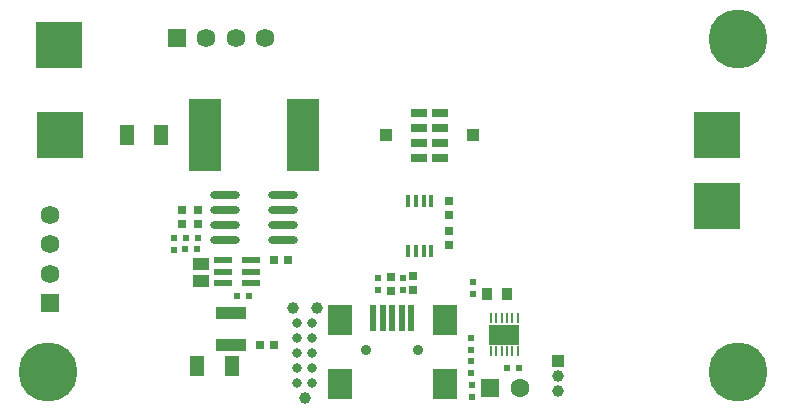
<source format=gbr>
%TF.GenerationSoftware,Altium Limited,Altium NEXUS,2.1.5 (53)*%
G04 Layer_Color=255*
%FSLAX44Y44*%
%MOMM*%
%TF.FileFunction,Pads,Bot*%
%TF.Part,Single*%
G01*
G75*
%TA.AperFunction,SMDPad,CuDef*%
%ADD18R,0.8000X0.7000*%
%ADD19R,0.6000X0.5000*%
%ADD20R,0.9000X1.0000*%
%ADD21R,0.5000X0.6000*%
%ADD24R,0.7000X0.8000*%
%ADD25R,1.4000X1.1000*%
%TA.AperFunction,WasherPad*%
%ADD30C,5.0000*%
%TA.AperFunction,ComponentPad*%
%ADD31C,0.9000*%
%ADD32C,1.0000*%
%ADD33R,1.0000X1.0000*%
%ADD34C,1.5900*%
%ADD35R,1.5900X1.5900*%
%ADD36R,1.5900X1.5900*%
%ADD37R,4.0000X4.0000*%
%ADD38R,4.0000X4.0000*%
%ADD39R,1.6000X1.6000*%
%ADD40C,1.6000*%
%TA.AperFunction,SMDPad,CuDef*%
%ADD42R,0.3556X1.0604*%
%ADD43O,2.5000X0.7000*%
%ADD44R,0.6000X0.6000*%
%ADD45R,1.3720X0.7100*%
%ADD46R,1.0000X1.0000*%
%ADD47R,2.7000X6.2000*%
%ADD48R,1.3000X1.8000*%
%ADD49R,2.6000X1.1000*%
%TA.AperFunction,ConnectorPad*%
%ADD50R,0.5000X2.3000*%
%ADD51R,2.0000X2.5000*%
%TA.AperFunction,SMDPad,CuDef*%
%ADD52R,0.6000X0.6000*%
%ADD53R,0.2294X0.8080*%
%ADD54R,2.5400X1.6510*%
G04:AMPARAMS|DCode=55|XSize=1.45mm|YSize=0.59mm|CornerRadius=0.0738mm|HoleSize=0mm|Usage=FLASHONLY|Rotation=0.000|XOffset=0mm|YOffset=0mm|HoleType=Round|Shape=RoundedRectangle|*
%AMROUNDEDRECTD55*
21,1,1.4500,0.4425,0,0,0.0*
21,1,1.3025,0.5900,0,0,0.0*
1,1,0.1475,0.6513,-0.2213*
1,1,0.1475,-0.6513,-0.2213*
1,1,0.1475,-0.6513,0.2213*
1,1,0.1475,0.6513,0.2213*
%
%ADD55ROUNDEDRECTD55*%
%TA.AperFunction,BGAPad,CuDef*%
%ADD56C,0.8000*%
D18*
X213710Y95758D02*
D03*
X225710D02*
D03*
X225140Y167132D02*
D03*
X237140D02*
D03*
D19*
X150702Y185928D02*
D03*
X160702D02*
D03*
X432990Y76200D02*
D03*
X422990D02*
D03*
X204136Y137160D02*
D03*
X194136D02*
D03*
D20*
X405520Y138430D02*
D03*
X422520D02*
D03*
D21*
X140716Y175594D02*
D03*
Y185594D02*
D03*
X392430Y91520D02*
D03*
Y101520D02*
D03*
X313690Y152066D02*
D03*
Y142066D02*
D03*
X334518Y151812D02*
D03*
Y141812D02*
D03*
X393700Y148510D02*
D03*
Y138510D02*
D03*
D24*
X373634Y205074D02*
D03*
Y217074D02*
D03*
Y191674D02*
D03*
Y179674D02*
D03*
X147320Y209708D02*
D03*
Y197708D02*
D03*
X161036Y209708D02*
D03*
Y197708D02*
D03*
X343408Y141574D02*
D03*
Y153574D02*
D03*
X324104Y141320D02*
D03*
Y153320D02*
D03*
D25*
X163576Y164218D02*
D03*
Y149218D02*
D03*
D30*
X34290Y72390D02*
D03*
X618490D02*
D03*
Y354330D02*
D03*
D31*
X303530Y91440D02*
D03*
X347530D02*
D03*
D32*
X466090Y68834D02*
D03*
Y56134D02*
D03*
X241310Y126492D02*
D03*
X251460Y50292D02*
D03*
X261610Y126492D02*
D03*
D33*
X466090Y81534D02*
D03*
D34*
X218040Y355600D02*
D03*
X193040D02*
D03*
X168040D02*
D03*
X35560Y205810D02*
D03*
Y180810D02*
D03*
Y155810D02*
D03*
D35*
X143040Y355600D02*
D03*
D36*
X35560Y130810D02*
D03*
D37*
X600710Y273050D02*
D03*
Y213360D02*
D03*
D38*
X44450Y273050D02*
D03*
X43180Y349250D02*
D03*
D39*
X408686Y58674D02*
D03*
D40*
X434086D02*
D03*
D42*
X358750Y217686D02*
D03*
X352247D02*
D03*
X345745D02*
D03*
X339242D02*
D03*
Y174998D02*
D03*
X345745D02*
D03*
X352247D02*
D03*
X358750D02*
D03*
D43*
X232780Y221996D02*
D03*
Y209296D02*
D03*
Y196596D02*
D03*
Y183896D02*
D03*
X183780D02*
D03*
Y196596D02*
D03*
Y209296D02*
D03*
Y221996D02*
D03*
D44*
X150448Y177038D02*
D03*
X160448D02*
D03*
D45*
X365906Y254000D02*
D03*
Y266700D02*
D03*
Y279400D02*
D03*
Y292100D02*
D03*
X347906D02*
D03*
Y279400D02*
D03*
Y266700D02*
D03*
Y254000D02*
D03*
D46*
X393606Y273050D02*
D03*
X320206D02*
D03*
D47*
X166816D02*
D03*
X249816D02*
D03*
D48*
X129816Y272796D02*
D03*
X100816D02*
D03*
X160506Y77470D02*
D03*
X189506D02*
D03*
D49*
X188976Y122720D02*
D03*
Y95720D02*
D03*
D50*
X309530Y117940D02*
D03*
X317530D02*
D03*
X325530D02*
D03*
X333530D02*
D03*
X341530D02*
D03*
D51*
X281030Y116940D02*
D03*
X370030D02*
D03*
X281030Y61940D02*
D03*
X370030D02*
D03*
D52*
X392684Y61468D02*
D03*
Y51468D02*
D03*
X392430Y81454D02*
D03*
Y71454D02*
D03*
D53*
X409120Y118086D02*
D03*
X413620D02*
D03*
X418120D02*
D03*
X422620D02*
D03*
X427120D02*
D03*
X431620D02*
D03*
X431620Y90194D02*
D03*
X427120D02*
D03*
X422620D02*
D03*
X418120D02*
D03*
X413620D02*
D03*
X409120D02*
D03*
D54*
X420370Y104140D02*
D03*
D55*
X205606Y147980D02*
D03*
Y157480D02*
D03*
Y166980D02*
D03*
X182506D02*
D03*
Y157480D02*
D03*
Y147980D02*
D03*
D56*
X257810Y62992D02*
D03*
Y75692D02*
D03*
Y88392D02*
D03*
Y101092D02*
D03*
Y113792D02*
D03*
X245110D02*
D03*
Y101092D02*
D03*
Y88392D02*
D03*
Y75692D02*
D03*
Y62992D02*
D03*
%TF.MD5,7466f27525573673e6d08fcac7865754*%
M02*

</source>
